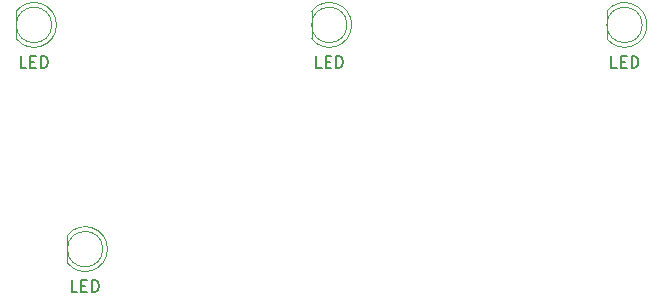
<source format=gbr>
%TF.GenerationSoftware,KiCad,Pcbnew,(5.99.0-9785-ga9f86c6f3d)*%
%TF.CreationDate,2021-09-01T12:36:29-04:00*%
%TF.ProjectId,nt980.dk,6e743938-302e-4646-9b2e-6b696361645f,rev?*%
%TF.SameCoordinates,Original*%
%TF.FileFunction,AssemblyDrawing,Top*%
%FSLAX46Y46*%
G04 Gerber Fmt 4.6, Leading zero omitted, Abs format (unit mm)*
G04 Created by KiCad (PCBNEW (5.99.0-9785-ga9f86c6f3d)) date 2021-09-01 12:36:29*
%MOMM*%
%LPD*%
G01*
G04 APERTURE LIST*
%ADD10C,0.150000*%
%ADD11C,0.100000*%
G04 APERTURE END LIST*
D10*
X325532142Y-27052380D02*
X325055952Y-27052380D01*
X325055952Y-26052380D01*
X325865476Y-26528571D02*
X326198809Y-26528571D01*
X326341666Y-27052380D02*
X325865476Y-27052380D01*
X325865476Y-26052380D01*
X326341666Y-26052380D01*
X326770238Y-27052380D02*
X326770238Y-26052380D01*
X327008333Y-26052380D01*
X327151190Y-26100000D01*
X327246428Y-26195238D01*
X327294047Y-26290476D01*
X327341666Y-26480952D01*
X327341666Y-26623809D01*
X327294047Y-26814285D01*
X327246428Y-26909523D01*
X327151190Y-27004761D01*
X327008333Y-27052380D01*
X326770238Y-27052380D01*
X350532142Y-27052380D02*
X350055952Y-27052380D01*
X350055952Y-26052380D01*
X350865476Y-26528571D02*
X351198809Y-26528571D01*
X351341666Y-27052380D02*
X350865476Y-27052380D01*
X350865476Y-26052380D01*
X351341666Y-26052380D01*
X351770238Y-27052380D02*
X351770238Y-26052380D01*
X352008333Y-26052380D01*
X352151190Y-26100000D01*
X352246428Y-26195238D01*
X352294047Y-26290476D01*
X352341666Y-26480952D01*
X352341666Y-26623809D01*
X352294047Y-26814285D01*
X352246428Y-26909523D01*
X352151190Y-27004761D01*
X352008333Y-27052380D01*
X351770238Y-27052380D01*
X300532142Y-27052380D02*
X300055952Y-27052380D01*
X300055952Y-26052380D01*
X300865476Y-26528571D02*
X301198809Y-26528571D01*
X301341666Y-27052380D02*
X300865476Y-27052380D01*
X300865476Y-26052380D01*
X301341666Y-26052380D01*
X301770238Y-27052380D02*
X301770238Y-26052380D01*
X302008333Y-26052380D01*
X302151190Y-26100000D01*
X302246428Y-26195238D01*
X302294047Y-26290476D01*
X302341666Y-26480952D01*
X302341666Y-26623809D01*
X302294047Y-26814285D01*
X302246428Y-26909523D01*
X302151190Y-27004761D01*
X302008333Y-27052380D01*
X301770238Y-27052380D01*
X304857142Y-46032380D02*
X304380952Y-46032380D01*
X304380952Y-45032380D01*
X305190476Y-45508571D02*
X305523809Y-45508571D01*
X305666666Y-46032380D02*
X305190476Y-46032380D01*
X305190476Y-45032380D01*
X305666666Y-45032380D01*
X306095238Y-46032380D02*
X306095238Y-45032380D01*
X306333333Y-45032380D01*
X306476190Y-45080000D01*
X306571428Y-45175238D01*
X306619047Y-45270476D01*
X306666666Y-45460952D01*
X306666666Y-45603809D01*
X306619047Y-45794285D01*
X306571428Y-45889523D01*
X306476190Y-45984761D01*
X306333333Y-46032380D01*
X306095238Y-46032380D01*
D11*
X324675000Y-22258810D02*
X324675000Y-24591190D01*
X324674445Y-24590476D02*
G75*
G03*
X324675000Y-22258810I1500555J1165476D01*
G01*
X327675000Y-23425000D02*
G75*
G03*
X327675000Y-23425000I-1500000J0D01*
G01*
X349675000Y-22258810D02*
X349675000Y-24591190D01*
X349674445Y-24590476D02*
G75*
G03*
X349675000Y-22258810I1500555J1165476D01*
G01*
X352675000Y-23425000D02*
G75*
G03*
X352675000Y-23425000I-1500000J0D01*
G01*
X299675000Y-22258810D02*
X299675000Y-24591190D01*
X299674445Y-24590476D02*
G75*
G03*
X299675000Y-22258810I1500555J1165476D01*
G01*
X302675000Y-23425000D02*
G75*
G03*
X302675000Y-23425000I-1500000J0D01*
G01*
X304000000Y-41238810D02*
X304000000Y-43571190D01*
X303999445Y-43570476D02*
G75*
G03*
X304000000Y-41238810I1500555J1165476D01*
G01*
X307000000Y-42405000D02*
G75*
G03*
X307000000Y-42405000I-1500000J0D01*
G01*
M02*

</source>
